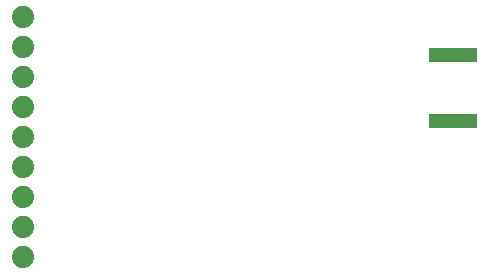
<source format=gbr>
G04 EAGLE Gerber RS-274X export*
G75*
%MOMM*%
%FSLAX34Y34*%
%LPD*%
%INBottom Copper*%
%IPPOS*%
%AMOC8*
5,1,8,0,0,1.08239X$1,22.5*%
G01*
%ADD10C,1.879600*%
%ADD11R,4.100000X1.250000*%


D10*
X63500Y50800D03*
X63500Y76200D03*
X63500Y254000D03*
X63500Y228600D03*
X63500Y203200D03*
X63500Y177800D03*
X63500Y152400D03*
X63500Y127000D03*
X63500Y101600D03*
D11*
X427990Y166560D03*
X427990Y222060D03*
M02*

</source>
